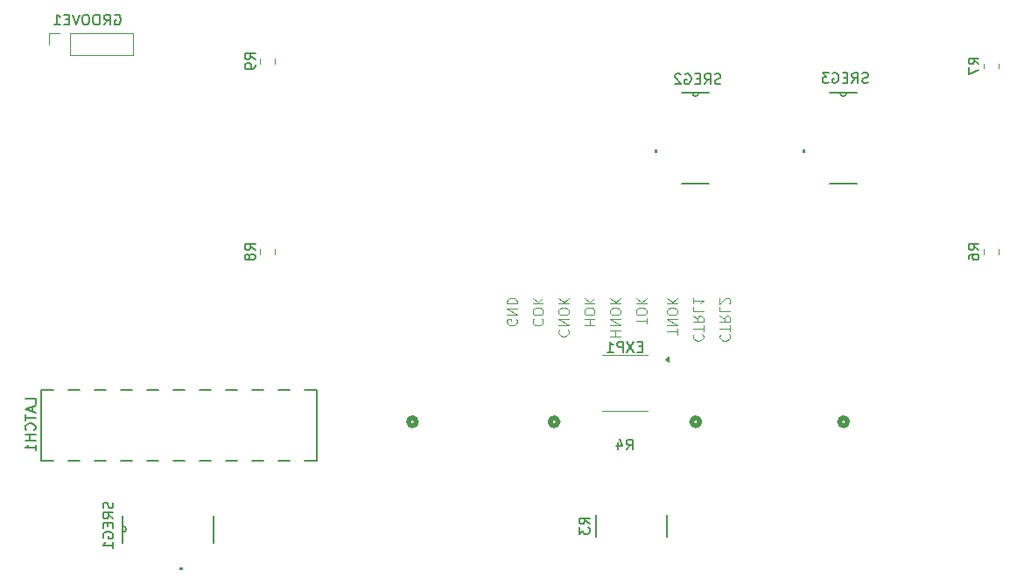
<source format=gbr>
%TF.GenerationSoftware,KiCad,Pcbnew,8.0.4*%
%TF.CreationDate,2024-11-14T23:53:25+02:00*%
%TF.ProjectId,sienikontrolleri,7369656e-696b-46f6-9e74-726f6c6c6572,rev?*%
%TF.SameCoordinates,Original*%
%TF.FileFunction,Legend,Bot*%
%TF.FilePolarity,Positive*%
%FSLAX46Y46*%
G04 Gerber Fmt 4.6, Leading zero omitted, Abs format (unit mm)*
G04 Created by KiCad (PCBNEW 8.0.4) date 2024-11-14 23:53:25*
%MOMM*%
%LPD*%
G01*
G04 APERTURE LIST*
%ADD10C,0.100000*%
%ADD11C,0.150000*%
%ADD12C,0.508000*%
%ADD13C,0.152400*%
%ADD14C,0.000000*%
%ADD15C,0.120000*%
G04 APERTURE END LIST*
D10*
X108627580Y-56327693D02*
X108627580Y-55756265D01*
X107627580Y-56041979D02*
X108627580Y-56041979D01*
X107627580Y-55422931D02*
X108627580Y-55422931D01*
X108627580Y-55422931D02*
X107627580Y-54851503D01*
X107627580Y-54851503D02*
X108627580Y-54851503D01*
X108627580Y-54184836D02*
X108627580Y-53994360D01*
X108627580Y-53994360D02*
X108579961Y-53899122D01*
X108579961Y-53899122D02*
X108484723Y-53803884D01*
X108484723Y-53803884D02*
X108294247Y-53756265D01*
X108294247Y-53756265D02*
X107960914Y-53756265D01*
X107960914Y-53756265D02*
X107770438Y-53803884D01*
X107770438Y-53803884D02*
X107675200Y-53899122D01*
X107675200Y-53899122D02*
X107627580Y-53994360D01*
X107627580Y-53994360D02*
X107627580Y-54184836D01*
X107627580Y-54184836D02*
X107675200Y-54280074D01*
X107675200Y-54280074D02*
X107770438Y-54375312D01*
X107770438Y-54375312D02*
X107960914Y-54422931D01*
X107960914Y-54422931D02*
X108294247Y-54422931D01*
X108294247Y-54422931D02*
X108484723Y-54375312D01*
X108484723Y-54375312D02*
X108579961Y-54280074D01*
X108579961Y-54280074D02*
X108627580Y-54184836D01*
X107627580Y-53327693D02*
X108627580Y-53327693D01*
X107627580Y-52756265D02*
X108199009Y-53184836D01*
X108627580Y-52756265D02*
X108056152Y-53327693D01*
X105627580Y-55280074D02*
X105627580Y-54708646D01*
X104627580Y-54994360D02*
X105627580Y-54994360D01*
X105627580Y-54184836D02*
X105627580Y-53994360D01*
X105627580Y-53994360D02*
X105579961Y-53899122D01*
X105579961Y-53899122D02*
X105484723Y-53803884D01*
X105484723Y-53803884D02*
X105294247Y-53756265D01*
X105294247Y-53756265D02*
X104960914Y-53756265D01*
X104960914Y-53756265D02*
X104770438Y-53803884D01*
X104770438Y-53803884D02*
X104675200Y-53899122D01*
X104675200Y-53899122D02*
X104627580Y-53994360D01*
X104627580Y-53994360D02*
X104627580Y-54184836D01*
X104627580Y-54184836D02*
X104675200Y-54280074D01*
X104675200Y-54280074D02*
X104770438Y-54375312D01*
X104770438Y-54375312D02*
X104960914Y-54422931D01*
X104960914Y-54422931D02*
X105294247Y-54422931D01*
X105294247Y-54422931D02*
X105484723Y-54375312D01*
X105484723Y-54375312D02*
X105579961Y-54280074D01*
X105579961Y-54280074D02*
X105627580Y-54184836D01*
X104627580Y-53327693D02*
X105627580Y-53327693D01*
X104627580Y-52756265D02*
X105199009Y-53184836D01*
X105627580Y-52756265D02*
X105056152Y-53327693D01*
X99627580Y-55422931D02*
X100627580Y-55422931D01*
X100151390Y-55422931D02*
X100151390Y-54851503D01*
X99627580Y-54851503D02*
X100627580Y-54851503D01*
X100627580Y-54184836D02*
X100627580Y-53994360D01*
X100627580Y-53994360D02*
X100579961Y-53899122D01*
X100579961Y-53899122D02*
X100484723Y-53803884D01*
X100484723Y-53803884D02*
X100294247Y-53756265D01*
X100294247Y-53756265D02*
X99960914Y-53756265D01*
X99960914Y-53756265D02*
X99770438Y-53803884D01*
X99770438Y-53803884D02*
X99675200Y-53899122D01*
X99675200Y-53899122D02*
X99627580Y-53994360D01*
X99627580Y-53994360D02*
X99627580Y-54184836D01*
X99627580Y-54184836D02*
X99675200Y-54280074D01*
X99675200Y-54280074D02*
X99770438Y-54375312D01*
X99770438Y-54375312D02*
X99960914Y-54422931D01*
X99960914Y-54422931D02*
X100294247Y-54422931D01*
X100294247Y-54422931D02*
X100484723Y-54375312D01*
X100484723Y-54375312D02*
X100579961Y-54280074D01*
X100579961Y-54280074D02*
X100627580Y-54184836D01*
X99627580Y-53327693D02*
X100627580Y-53327693D01*
X99627580Y-52756265D02*
X100199009Y-53184836D01*
X100627580Y-52756265D02*
X100056152Y-53327693D01*
X110222819Y-56280075D02*
X110175200Y-56327694D01*
X110175200Y-56327694D02*
X110127580Y-56470551D01*
X110127580Y-56470551D02*
X110127580Y-56565789D01*
X110127580Y-56565789D02*
X110175200Y-56708646D01*
X110175200Y-56708646D02*
X110270438Y-56803884D01*
X110270438Y-56803884D02*
X110365676Y-56851503D01*
X110365676Y-56851503D02*
X110556152Y-56899122D01*
X110556152Y-56899122D02*
X110699009Y-56899122D01*
X110699009Y-56899122D02*
X110889485Y-56851503D01*
X110889485Y-56851503D02*
X110984723Y-56803884D01*
X110984723Y-56803884D02*
X111079961Y-56708646D01*
X111079961Y-56708646D02*
X111127580Y-56565789D01*
X111127580Y-56565789D02*
X111127580Y-56470551D01*
X111127580Y-56470551D02*
X111079961Y-56327694D01*
X111079961Y-56327694D02*
X111032342Y-56280075D01*
X111127580Y-55994360D02*
X111127580Y-55422932D01*
X110127580Y-55708646D02*
X111127580Y-55708646D01*
X110127580Y-54518170D02*
X110603771Y-54851503D01*
X110127580Y-55089598D02*
X111127580Y-55089598D01*
X111127580Y-55089598D02*
X111127580Y-54708646D01*
X111127580Y-54708646D02*
X111079961Y-54613408D01*
X111079961Y-54613408D02*
X111032342Y-54565789D01*
X111032342Y-54565789D02*
X110937104Y-54518170D01*
X110937104Y-54518170D02*
X110794247Y-54518170D01*
X110794247Y-54518170D02*
X110699009Y-54565789D01*
X110699009Y-54565789D02*
X110651390Y-54613408D01*
X110651390Y-54613408D02*
X110603771Y-54708646D01*
X110603771Y-54708646D02*
X110603771Y-55089598D01*
X110127580Y-53613408D02*
X110127580Y-54089598D01*
X110127580Y-54089598D02*
X111127580Y-54089598D01*
X110127580Y-52756265D02*
X110127580Y-53327693D01*
X110127580Y-53041979D02*
X111127580Y-53041979D01*
X111127580Y-53041979D02*
X110984723Y-53137217D01*
X110984723Y-53137217D02*
X110889485Y-53232455D01*
X110889485Y-53232455D02*
X110841866Y-53327693D01*
X112822819Y-56280075D02*
X112775200Y-56327694D01*
X112775200Y-56327694D02*
X112727580Y-56470551D01*
X112727580Y-56470551D02*
X112727580Y-56565789D01*
X112727580Y-56565789D02*
X112775200Y-56708646D01*
X112775200Y-56708646D02*
X112870438Y-56803884D01*
X112870438Y-56803884D02*
X112965676Y-56851503D01*
X112965676Y-56851503D02*
X113156152Y-56899122D01*
X113156152Y-56899122D02*
X113299009Y-56899122D01*
X113299009Y-56899122D02*
X113489485Y-56851503D01*
X113489485Y-56851503D02*
X113584723Y-56803884D01*
X113584723Y-56803884D02*
X113679961Y-56708646D01*
X113679961Y-56708646D02*
X113727580Y-56565789D01*
X113727580Y-56565789D02*
X113727580Y-56470551D01*
X113727580Y-56470551D02*
X113679961Y-56327694D01*
X113679961Y-56327694D02*
X113632342Y-56280075D01*
X113727580Y-55994360D02*
X113727580Y-55422932D01*
X112727580Y-55708646D02*
X113727580Y-55708646D01*
X112727580Y-54518170D02*
X113203771Y-54851503D01*
X112727580Y-55089598D02*
X113727580Y-55089598D01*
X113727580Y-55089598D02*
X113727580Y-54708646D01*
X113727580Y-54708646D02*
X113679961Y-54613408D01*
X113679961Y-54613408D02*
X113632342Y-54565789D01*
X113632342Y-54565789D02*
X113537104Y-54518170D01*
X113537104Y-54518170D02*
X113394247Y-54518170D01*
X113394247Y-54518170D02*
X113299009Y-54565789D01*
X113299009Y-54565789D02*
X113251390Y-54613408D01*
X113251390Y-54613408D02*
X113203771Y-54708646D01*
X113203771Y-54708646D02*
X113203771Y-55089598D01*
X112727580Y-53613408D02*
X112727580Y-54089598D01*
X112727580Y-54089598D02*
X113727580Y-54089598D01*
X113632342Y-53327693D02*
X113679961Y-53280074D01*
X113679961Y-53280074D02*
X113727580Y-53184836D01*
X113727580Y-53184836D02*
X113727580Y-52946741D01*
X113727580Y-52946741D02*
X113679961Y-52851503D01*
X113679961Y-52851503D02*
X113632342Y-52803884D01*
X113632342Y-52803884D02*
X113537104Y-52756265D01*
X113537104Y-52756265D02*
X113441866Y-52756265D01*
X113441866Y-52756265D02*
X113299009Y-52803884D01*
X113299009Y-52803884D02*
X112727580Y-53375312D01*
X112727580Y-53375312D02*
X112727580Y-52756265D01*
X94722819Y-54803884D02*
X94675200Y-54851503D01*
X94675200Y-54851503D02*
X94627580Y-54994360D01*
X94627580Y-54994360D02*
X94627580Y-55089598D01*
X94627580Y-55089598D02*
X94675200Y-55232455D01*
X94675200Y-55232455D02*
X94770438Y-55327693D01*
X94770438Y-55327693D02*
X94865676Y-55375312D01*
X94865676Y-55375312D02*
X95056152Y-55422931D01*
X95056152Y-55422931D02*
X95199009Y-55422931D01*
X95199009Y-55422931D02*
X95389485Y-55375312D01*
X95389485Y-55375312D02*
X95484723Y-55327693D01*
X95484723Y-55327693D02*
X95579961Y-55232455D01*
X95579961Y-55232455D02*
X95627580Y-55089598D01*
X95627580Y-55089598D02*
X95627580Y-54994360D01*
X95627580Y-54994360D02*
X95579961Y-54851503D01*
X95579961Y-54851503D02*
X95532342Y-54803884D01*
X95627580Y-54184836D02*
X95627580Y-53994360D01*
X95627580Y-53994360D02*
X95579961Y-53899122D01*
X95579961Y-53899122D02*
X95484723Y-53803884D01*
X95484723Y-53803884D02*
X95294247Y-53756265D01*
X95294247Y-53756265D02*
X94960914Y-53756265D01*
X94960914Y-53756265D02*
X94770438Y-53803884D01*
X94770438Y-53803884D02*
X94675200Y-53899122D01*
X94675200Y-53899122D02*
X94627580Y-53994360D01*
X94627580Y-53994360D02*
X94627580Y-54184836D01*
X94627580Y-54184836D02*
X94675200Y-54280074D01*
X94675200Y-54280074D02*
X94770438Y-54375312D01*
X94770438Y-54375312D02*
X94960914Y-54422931D01*
X94960914Y-54422931D02*
X95294247Y-54422931D01*
X95294247Y-54422931D02*
X95484723Y-54375312D01*
X95484723Y-54375312D02*
X95579961Y-54280074D01*
X95579961Y-54280074D02*
X95627580Y-54184836D01*
X94627580Y-53327693D02*
X95627580Y-53327693D01*
X94627580Y-52756265D02*
X95199009Y-53184836D01*
X95627580Y-52756265D02*
X95056152Y-53327693D01*
X102127580Y-56470550D02*
X103127580Y-56470550D01*
X102651390Y-56470550D02*
X102651390Y-55899122D01*
X102127580Y-55899122D02*
X103127580Y-55899122D01*
X102127580Y-55422931D02*
X103127580Y-55422931D01*
X103127580Y-55422931D02*
X102127580Y-54851503D01*
X102127580Y-54851503D02*
X103127580Y-54851503D01*
X103127580Y-54184836D02*
X103127580Y-53994360D01*
X103127580Y-53994360D02*
X103079961Y-53899122D01*
X103079961Y-53899122D02*
X102984723Y-53803884D01*
X102984723Y-53803884D02*
X102794247Y-53756265D01*
X102794247Y-53756265D02*
X102460914Y-53756265D01*
X102460914Y-53756265D02*
X102270438Y-53803884D01*
X102270438Y-53803884D02*
X102175200Y-53899122D01*
X102175200Y-53899122D02*
X102127580Y-53994360D01*
X102127580Y-53994360D02*
X102127580Y-54184836D01*
X102127580Y-54184836D02*
X102175200Y-54280074D01*
X102175200Y-54280074D02*
X102270438Y-54375312D01*
X102270438Y-54375312D02*
X102460914Y-54422931D01*
X102460914Y-54422931D02*
X102794247Y-54422931D01*
X102794247Y-54422931D02*
X102984723Y-54375312D01*
X102984723Y-54375312D02*
X103079961Y-54280074D01*
X103079961Y-54280074D02*
X103127580Y-54184836D01*
X102127580Y-53327693D02*
X103127580Y-53327693D01*
X102127580Y-52756265D02*
X102699009Y-53184836D01*
X103127580Y-52756265D02*
X102556152Y-53327693D01*
X93079961Y-54851503D02*
X93127580Y-54946741D01*
X93127580Y-54946741D02*
X93127580Y-55089598D01*
X93127580Y-55089598D02*
X93079961Y-55232455D01*
X93079961Y-55232455D02*
X92984723Y-55327693D01*
X92984723Y-55327693D02*
X92889485Y-55375312D01*
X92889485Y-55375312D02*
X92699009Y-55422931D01*
X92699009Y-55422931D02*
X92556152Y-55422931D01*
X92556152Y-55422931D02*
X92365676Y-55375312D01*
X92365676Y-55375312D02*
X92270438Y-55327693D01*
X92270438Y-55327693D02*
X92175200Y-55232455D01*
X92175200Y-55232455D02*
X92127580Y-55089598D01*
X92127580Y-55089598D02*
X92127580Y-54994360D01*
X92127580Y-54994360D02*
X92175200Y-54851503D01*
X92175200Y-54851503D02*
X92222819Y-54803884D01*
X92222819Y-54803884D02*
X92556152Y-54803884D01*
X92556152Y-54803884D02*
X92556152Y-54994360D01*
X92127580Y-54375312D02*
X93127580Y-54375312D01*
X93127580Y-54375312D02*
X92127580Y-53803884D01*
X92127580Y-53803884D02*
X93127580Y-53803884D01*
X92127580Y-53327693D02*
X93127580Y-53327693D01*
X93127580Y-53327693D02*
X93127580Y-53089598D01*
X93127580Y-53089598D02*
X93079961Y-52946741D01*
X93079961Y-52946741D02*
X92984723Y-52851503D01*
X92984723Y-52851503D02*
X92889485Y-52803884D01*
X92889485Y-52803884D02*
X92699009Y-52756265D01*
X92699009Y-52756265D02*
X92556152Y-52756265D01*
X92556152Y-52756265D02*
X92365676Y-52803884D01*
X92365676Y-52803884D02*
X92270438Y-52851503D01*
X92270438Y-52851503D02*
X92175200Y-52946741D01*
X92175200Y-52946741D02*
X92127580Y-53089598D01*
X92127580Y-53089598D02*
X92127580Y-53327693D01*
X97222819Y-55851503D02*
X97175200Y-55899122D01*
X97175200Y-55899122D02*
X97127580Y-56041979D01*
X97127580Y-56041979D02*
X97127580Y-56137217D01*
X97127580Y-56137217D02*
X97175200Y-56280074D01*
X97175200Y-56280074D02*
X97270438Y-56375312D01*
X97270438Y-56375312D02*
X97365676Y-56422931D01*
X97365676Y-56422931D02*
X97556152Y-56470550D01*
X97556152Y-56470550D02*
X97699009Y-56470550D01*
X97699009Y-56470550D02*
X97889485Y-56422931D01*
X97889485Y-56422931D02*
X97984723Y-56375312D01*
X97984723Y-56375312D02*
X98079961Y-56280074D01*
X98079961Y-56280074D02*
X98127580Y-56137217D01*
X98127580Y-56137217D02*
X98127580Y-56041979D01*
X98127580Y-56041979D02*
X98079961Y-55899122D01*
X98079961Y-55899122D02*
X98032342Y-55851503D01*
X97127580Y-55422931D02*
X98127580Y-55422931D01*
X98127580Y-55422931D02*
X97127580Y-54851503D01*
X97127580Y-54851503D02*
X98127580Y-54851503D01*
X98127580Y-54184836D02*
X98127580Y-53994360D01*
X98127580Y-53994360D02*
X98079961Y-53899122D01*
X98079961Y-53899122D02*
X97984723Y-53803884D01*
X97984723Y-53803884D02*
X97794247Y-53756265D01*
X97794247Y-53756265D02*
X97460914Y-53756265D01*
X97460914Y-53756265D02*
X97270438Y-53803884D01*
X97270438Y-53803884D02*
X97175200Y-53899122D01*
X97175200Y-53899122D02*
X97127580Y-53994360D01*
X97127580Y-53994360D02*
X97127580Y-54184836D01*
X97127580Y-54184836D02*
X97175200Y-54280074D01*
X97175200Y-54280074D02*
X97270438Y-54375312D01*
X97270438Y-54375312D02*
X97460914Y-54422931D01*
X97460914Y-54422931D02*
X97794247Y-54422931D01*
X97794247Y-54422931D02*
X97984723Y-54375312D01*
X97984723Y-54375312D02*
X98079961Y-54280074D01*
X98079961Y-54280074D02*
X98127580Y-54184836D01*
X97127580Y-53327693D02*
X98127580Y-53327693D01*
X97127580Y-52756265D02*
X97699009Y-53184836D01*
X98127580Y-52756265D02*
X97556152Y-53327693D01*
D11*
X54001200Y-72563314D02*
X54048819Y-72706171D01*
X54048819Y-72706171D02*
X54048819Y-72944266D01*
X54048819Y-72944266D02*
X54001200Y-73039504D01*
X54001200Y-73039504D02*
X53953580Y-73087123D01*
X53953580Y-73087123D02*
X53858342Y-73134742D01*
X53858342Y-73134742D02*
X53763104Y-73134742D01*
X53763104Y-73134742D02*
X53667866Y-73087123D01*
X53667866Y-73087123D02*
X53620247Y-73039504D01*
X53620247Y-73039504D02*
X53572628Y-72944266D01*
X53572628Y-72944266D02*
X53525009Y-72753790D01*
X53525009Y-72753790D02*
X53477390Y-72658552D01*
X53477390Y-72658552D02*
X53429771Y-72610933D01*
X53429771Y-72610933D02*
X53334533Y-72563314D01*
X53334533Y-72563314D02*
X53239295Y-72563314D01*
X53239295Y-72563314D02*
X53144057Y-72610933D01*
X53144057Y-72610933D02*
X53096438Y-72658552D01*
X53096438Y-72658552D02*
X53048819Y-72753790D01*
X53048819Y-72753790D02*
X53048819Y-72991885D01*
X53048819Y-72991885D02*
X53096438Y-73134742D01*
X54048819Y-74134742D02*
X53572628Y-73801409D01*
X54048819Y-73563314D02*
X53048819Y-73563314D01*
X53048819Y-73563314D02*
X53048819Y-73944266D01*
X53048819Y-73944266D02*
X53096438Y-74039504D01*
X53096438Y-74039504D02*
X53144057Y-74087123D01*
X53144057Y-74087123D02*
X53239295Y-74134742D01*
X53239295Y-74134742D02*
X53382152Y-74134742D01*
X53382152Y-74134742D02*
X53477390Y-74087123D01*
X53477390Y-74087123D02*
X53525009Y-74039504D01*
X53525009Y-74039504D02*
X53572628Y-73944266D01*
X53572628Y-73944266D02*
X53572628Y-73563314D01*
X53525009Y-74563314D02*
X53525009Y-74896647D01*
X54048819Y-75039504D02*
X54048819Y-74563314D01*
X54048819Y-74563314D02*
X53048819Y-74563314D01*
X53048819Y-74563314D02*
X53048819Y-75039504D01*
X53096438Y-75991885D02*
X53048819Y-75896647D01*
X53048819Y-75896647D02*
X53048819Y-75753790D01*
X53048819Y-75753790D02*
X53096438Y-75610933D01*
X53096438Y-75610933D02*
X53191676Y-75515695D01*
X53191676Y-75515695D02*
X53286914Y-75468076D01*
X53286914Y-75468076D02*
X53477390Y-75420457D01*
X53477390Y-75420457D02*
X53620247Y-75420457D01*
X53620247Y-75420457D02*
X53810723Y-75468076D01*
X53810723Y-75468076D02*
X53905961Y-75515695D01*
X53905961Y-75515695D02*
X54001200Y-75610933D01*
X54001200Y-75610933D02*
X54048819Y-75753790D01*
X54048819Y-75753790D02*
X54048819Y-75849028D01*
X54048819Y-75849028D02*
X54001200Y-75991885D01*
X54001200Y-75991885D02*
X53953580Y-76039504D01*
X53953580Y-76039504D02*
X53620247Y-76039504D01*
X53620247Y-76039504D02*
X53620247Y-75849028D01*
X54048819Y-76991885D02*
X54048819Y-76420457D01*
X54048819Y-76706171D02*
X53048819Y-76706171D01*
X53048819Y-76706171D02*
X53191676Y-76610933D01*
X53191676Y-76610933D02*
X53286914Y-76515695D01*
X53286914Y-76515695D02*
X53334533Y-76420457D01*
X137787319Y-48126433D02*
X137311128Y-47793100D01*
X137787319Y-47555005D02*
X136787319Y-47555005D01*
X136787319Y-47555005D02*
X136787319Y-47935957D01*
X136787319Y-47935957D02*
X136834938Y-48031195D01*
X136834938Y-48031195D02*
X136882557Y-48078814D01*
X136882557Y-48078814D02*
X136977795Y-48126433D01*
X136977795Y-48126433D02*
X137120652Y-48126433D01*
X137120652Y-48126433D02*
X137215890Y-48078814D01*
X137215890Y-48078814D02*
X137263509Y-48031195D01*
X137263509Y-48031195D02*
X137311128Y-47935957D01*
X137311128Y-47935957D02*
X137311128Y-47555005D01*
X136787319Y-48983576D02*
X136787319Y-48793100D01*
X136787319Y-48793100D02*
X136834938Y-48697862D01*
X136834938Y-48697862D02*
X136882557Y-48650243D01*
X136882557Y-48650243D02*
X137025414Y-48555005D01*
X137025414Y-48555005D02*
X137215890Y-48507386D01*
X137215890Y-48507386D02*
X137596842Y-48507386D01*
X137596842Y-48507386D02*
X137692080Y-48555005D01*
X137692080Y-48555005D02*
X137739700Y-48602624D01*
X137739700Y-48602624D02*
X137787319Y-48697862D01*
X137787319Y-48697862D02*
X137787319Y-48888338D01*
X137787319Y-48888338D02*
X137739700Y-48983576D01*
X137739700Y-48983576D02*
X137692080Y-49031195D01*
X137692080Y-49031195D02*
X137596842Y-49078814D01*
X137596842Y-49078814D02*
X137358747Y-49078814D01*
X137358747Y-49078814D02*
X137263509Y-49031195D01*
X137263509Y-49031195D02*
X137215890Y-48983576D01*
X137215890Y-48983576D02*
X137168271Y-48888338D01*
X137168271Y-48888338D02*
X137168271Y-48697862D01*
X137168271Y-48697862D02*
X137215890Y-48602624D01*
X137215890Y-48602624D02*
X137263509Y-48555005D01*
X137263509Y-48555005D02*
X137358747Y-48507386D01*
X127080685Y-31903200D02*
X126937828Y-31950819D01*
X126937828Y-31950819D02*
X126699733Y-31950819D01*
X126699733Y-31950819D02*
X126604495Y-31903200D01*
X126604495Y-31903200D02*
X126556876Y-31855580D01*
X126556876Y-31855580D02*
X126509257Y-31760342D01*
X126509257Y-31760342D02*
X126509257Y-31665104D01*
X126509257Y-31665104D02*
X126556876Y-31569866D01*
X126556876Y-31569866D02*
X126604495Y-31522247D01*
X126604495Y-31522247D02*
X126699733Y-31474628D01*
X126699733Y-31474628D02*
X126890209Y-31427009D01*
X126890209Y-31427009D02*
X126985447Y-31379390D01*
X126985447Y-31379390D02*
X127033066Y-31331771D01*
X127033066Y-31331771D02*
X127080685Y-31236533D01*
X127080685Y-31236533D02*
X127080685Y-31141295D01*
X127080685Y-31141295D02*
X127033066Y-31046057D01*
X127033066Y-31046057D02*
X126985447Y-30998438D01*
X126985447Y-30998438D02*
X126890209Y-30950819D01*
X126890209Y-30950819D02*
X126652114Y-30950819D01*
X126652114Y-30950819D02*
X126509257Y-30998438D01*
X125509257Y-31950819D02*
X125842590Y-31474628D01*
X126080685Y-31950819D02*
X126080685Y-30950819D01*
X126080685Y-30950819D02*
X125699733Y-30950819D01*
X125699733Y-30950819D02*
X125604495Y-30998438D01*
X125604495Y-30998438D02*
X125556876Y-31046057D01*
X125556876Y-31046057D02*
X125509257Y-31141295D01*
X125509257Y-31141295D02*
X125509257Y-31284152D01*
X125509257Y-31284152D02*
X125556876Y-31379390D01*
X125556876Y-31379390D02*
X125604495Y-31427009D01*
X125604495Y-31427009D02*
X125699733Y-31474628D01*
X125699733Y-31474628D02*
X126080685Y-31474628D01*
X125080685Y-31427009D02*
X124747352Y-31427009D01*
X124604495Y-31950819D02*
X125080685Y-31950819D01*
X125080685Y-31950819D02*
X125080685Y-30950819D01*
X125080685Y-30950819D02*
X124604495Y-30950819D01*
X123652114Y-30998438D02*
X123747352Y-30950819D01*
X123747352Y-30950819D02*
X123890209Y-30950819D01*
X123890209Y-30950819D02*
X124033066Y-30998438D01*
X124033066Y-30998438D02*
X124128304Y-31093676D01*
X124128304Y-31093676D02*
X124175923Y-31188914D01*
X124175923Y-31188914D02*
X124223542Y-31379390D01*
X124223542Y-31379390D02*
X124223542Y-31522247D01*
X124223542Y-31522247D02*
X124175923Y-31712723D01*
X124175923Y-31712723D02*
X124128304Y-31807961D01*
X124128304Y-31807961D02*
X124033066Y-31903200D01*
X124033066Y-31903200D02*
X123890209Y-31950819D01*
X123890209Y-31950819D02*
X123794971Y-31950819D01*
X123794971Y-31950819D02*
X123652114Y-31903200D01*
X123652114Y-31903200D02*
X123604495Y-31855580D01*
X123604495Y-31855580D02*
X123604495Y-31522247D01*
X123604495Y-31522247D02*
X123794971Y-31522247D01*
X123271161Y-30950819D02*
X122652114Y-30950819D01*
X122652114Y-30950819D02*
X122985447Y-31331771D01*
X122985447Y-31331771D02*
X122842590Y-31331771D01*
X122842590Y-31331771D02*
X122747352Y-31379390D01*
X122747352Y-31379390D02*
X122699733Y-31427009D01*
X122699733Y-31427009D02*
X122652114Y-31522247D01*
X122652114Y-31522247D02*
X122652114Y-31760342D01*
X122652114Y-31760342D02*
X122699733Y-31855580D01*
X122699733Y-31855580D02*
X122747352Y-31903200D01*
X122747352Y-31903200D02*
X122842590Y-31950819D01*
X122842590Y-31950819D02*
X123128304Y-31950819D01*
X123128304Y-31950819D02*
X123223542Y-31903200D01*
X123223542Y-31903200D02*
X123271161Y-31855580D01*
X54204857Y-25359638D02*
X54300095Y-25312019D01*
X54300095Y-25312019D02*
X54442952Y-25312019D01*
X54442952Y-25312019D02*
X54585809Y-25359638D01*
X54585809Y-25359638D02*
X54681047Y-25454876D01*
X54681047Y-25454876D02*
X54728666Y-25550114D01*
X54728666Y-25550114D02*
X54776285Y-25740590D01*
X54776285Y-25740590D02*
X54776285Y-25883447D01*
X54776285Y-25883447D02*
X54728666Y-26073923D01*
X54728666Y-26073923D02*
X54681047Y-26169161D01*
X54681047Y-26169161D02*
X54585809Y-26264400D01*
X54585809Y-26264400D02*
X54442952Y-26312019D01*
X54442952Y-26312019D02*
X54347714Y-26312019D01*
X54347714Y-26312019D02*
X54204857Y-26264400D01*
X54204857Y-26264400D02*
X54157238Y-26216780D01*
X54157238Y-26216780D02*
X54157238Y-25883447D01*
X54157238Y-25883447D02*
X54347714Y-25883447D01*
X53157238Y-26312019D02*
X53490571Y-25835828D01*
X53728666Y-26312019D02*
X53728666Y-25312019D01*
X53728666Y-25312019D02*
X53347714Y-25312019D01*
X53347714Y-25312019D02*
X53252476Y-25359638D01*
X53252476Y-25359638D02*
X53204857Y-25407257D01*
X53204857Y-25407257D02*
X53157238Y-25502495D01*
X53157238Y-25502495D02*
X53157238Y-25645352D01*
X53157238Y-25645352D02*
X53204857Y-25740590D01*
X53204857Y-25740590D02*
X53252476Y-25788209D01*
X53252476Y-25788209D02*
X53347714Y-25835828D01*
X53347714Y-25835828D02*
X53728666Y-25835828D01*
X52538190Y-25312019D02*
X52347714Y-25312019D01*
X52347714Y-25312019D02*
X52252476Y-25359638D01*
X52252476Y-25359638D02*
X52157238Y-25454876D01*
X52157238Y-25454876D02*
X52109619Y-25645352D01*
X52109619Y-25645352D02*
X52109619Y-25978685D01*
X52109619Y-25978685D02*
X52157238Y-26169161D01*
X52157238Y-26169161D02*
X52252476Y-26264400D01*
X52252476Y-26264400D02*
X52347714Y-26312019D01*
X52347714Y-26312019D02*
X52538190Y-26312019D01*
X52538190Y-26312019D02*
X52633428Y-26264400D01*
X52633428Y-26264400D02*
X52728666Y-26169161D01*
X52728666Y-26169161D02*
X52776285Y-25978685D01*
X52776285Y-25978685D02*
X52776285Y-25645352D01*
X52776285Y-25645352D02*
X52728666Y-25454876D01*
X52728666Y-25454876D02*
X52633428Y-25359638D01*
X52633428Y-25359638D02*
X52538190Y-25312019D01*
X51490571Y-25312019D02*
X51300095Y-25312019D01*
X51300095Y-25312019D02*
X51204857Y-25359638D01*
X51204857Y-25359638D02*
X51109619Y-25454876D01*
X51109619Y-25454876D02*
X51062000Y-25645352D01*
X51062000Y-25645352D02*
X51062000Y-25978685D01*
X51062000Y-25978685D02*
X51109619Y-26169161D01*
X51109619Y-26169161D02*
X51204857Y-26264400D01*
X51204857Y-26264400D02*
X51300095Y-26312019D01*
X51300095Y-26312019D02*
X51490571Y-26312019D01*
X51490571Y-26312019D02*
X51585809Y-26264400D01*
X51585809Y-26264400D02*
X51681047Y-26169161D01*
X51681047Y-26169161D02*
X51728666Y-25978685D01*
X51728666Y-25978685D02*
X51728666Y-25645352D01*
X51728666Y-25645352D02*
X51681047Y-25454876D01*
X51681047Y-25454876D02*
X51585809Y-25359638D01*
X51585809Y-25359638D02*
X51490571Y-25312019D01*
X50776285Y-25312019D02*
X50442952Y-26312019D01*
X50442952Y-26312019D02*
X50109619Y-25312019D01*
X49776285Y-25788209D02*
X49442952Y-25788209D01*
X49300095Y-26312019D02*
X49776285Y-26312019D01*
X49776285Y-26312019D02*
X49776285Y-25312019D01*
X49776285Y-25312019D02*
X49300095Y-25312019D01*
X48347714Y-26312019D02*
X48919142Y-26312019D01*
X48633428Y-26312019D02*
X48633428Y-25312019D01*
X48633428Y-25312019D02*
X48728666Y-25454876D01*
X48728666Y-25454876D02*
X48823904Y-25550114D01*
X48823904Y-25550114D02*
X48919142Y-25597733D01*
X46530419Y-63023999D02*
X46530419Y-62547809D01*
X46530419Y-62547809D02*
X45530419Y-62547809D01*
X46244704Y-63309714D02*
X46244704Y-63785904D01*
X46530419Y-63214476D02*
X45530419Y-63547809D01*
X45530419Y-63547809D02*
X46530419Y-63881142D01*
X45530419Y-64071619D02*
X45530419Y-64643047D01*
X46530419Y-64357333D02*
X45530419Y-64357333D01*
X46435180Y-65547809D02*
X46482800Y-65500190D01*
X46482800Y-65500190D02*
X46530419Y-65357333D01*
X46530419Y-65357333D02*
X46530419Y-65262095D01*
X46530419Y-65262095D02*
X46482800Y-65119238D01*
X46482800Y-65119238D02*
X46387561Y-65024000D01*
X46387561Y-65024000D02*
X46292323Y-64976381D01*
X46292323Y-64976381D02*
X46101847Y-64928762D01*
X46101847Y-64928762D02*
X45958990Y-64928762D01*
X45958990Y-64928762D02*
X45768514Y-64976381D01*
X45768514Y-64976381D02*
X45673276Y-65024000D01*
X45673276Y-65024000D02*
X45578038Y-65119238D01*
X45578038Y-65119238D02*
X45530419Y-65262095D01*
X45530419Y-65262095D02*
X45530419Y-65357333D01*
X45530419Y-65357333D02*
X45578038Y-65500190D01*
X45578038Y-65500190D02*
X45625657Y-65547809D01*
X46530419Y-65976381D02*
X45530419Y-65976381D01*
X46006609Y-65976381D02*
X46006609Y-66547809D01*
X46530419Y-66547809D02*
X45530419Y-66547809D01*
X46530419Y-67547809D02*
X46530419Y-66976381D01*
X46530419Y-67262095D02*
X45530419Y-67262095D01*
X45530419Y-67262095D02*
X45673276Y-67166857D01*
X45673276Y-67166857D02*
X45768514Y-67071619D01*
X45768514Y-67071619D02*
X45816133Y-66976381D01*
X103697066Y-67460019D02*
X104030399Y-66983828D01*
X104268494Y-67460019D02*
X104268494Y-66460019D01*
X104268494Y-66460019D02*
X103887542Y-66460019D01*
X103887542Y-66460019D02*
X103792304Y-66507638D01*
X103792304Y-66507638D02*
X103744685Y-66555257D01*
X103744685Y-66555257D02*
X103697066Y-66650495D01*
X103697066Y-66650495D02*
X103697066Y-66793352D01*
X103697066Y-66793352D02*
X103744685Y-66888590D01*
X103744685Y-66888590D02*
X103792304Y-66936209D01*
X103792304Y-66936209D02*
X103887542Y-66983828D01*
X103887542Y-66983828D02*
X104268494Y-66983828D01*
X102839923Y-66793352D02*
X102839923Y-67460019D01*
X103078018Y-66412400D02*
X103316113Y-67126685D01*
X103316113Y-67126685D02*
X102697066Y-67126685D01*
X67787319Y-29663933D02*
X67311128Y-29330600D01*
X67787319Y-29092505D02*
X66787319Y-29092505D01*
X66787319Y-29092505D02*
X66787319Y-29473457D01*
X66787319Y-29473457D02*
X66834938Y-29568695D01*
X66834938Y-29568695D02*
X66882557Y-29616314D01*
X66882557Y-29616314D02*
X66977795Y-29663933D01*
X66977795Y-29663933D02*
X67120652Y-29663933D01*
X67120652Y-29663933D02*
X67215890Y-29616314D01*
X67215890Y-29616314D02*
X67263509Y-29568695D01*
X67263509Y-29568695D02*
X67311128Y-29473457D01*
X67311128Y-29473457D02*
X67311128Y-29092505D01*
X67787319Y-30140124D02*
X67787319Y-30330600D01*
X67787319Y-30330600D02*
X67739700Y-30425838D01*
X67739700Y-30425838D02*
X67692080Y-30473457D01*
X67692080Y-30473457D02*
X67549223Y-30568695D01*
X67549223Y-30568695D02*
X67358747Y-30616314D01*
X67358747Y-30616314D02*
X66977795Y-30616314D01*
X66977795Y-30616314D02*
X66882557Y-30568695D01*
X66882557Y-30568695D02*
X66834938Y-30521076D01*
X66834938Y-30521076D02*
X66787319Y-30425838D01*
X66787319Y-30425838D02*
X66787319Y-30235362D01*
X66787319Y-30235362D02*
X66834938Y-30140124D01*
X66834938Y-30140124D02*
X66882557Y-30092505D01*
X66882557Y-30092505D02*
X66977795Y-30044886D01*
X66977795Y-30044886D02*
X67215890Y-30044886D01*
X67215890Y-30044886D02*
X67311128Y-30092505D01*
X67311128Y-30092505D02*
X67358747Y-30140124D01*
X67358747Y-30140124D02*
X67406366Y-30235362D01*
X67406366Y-30235362D02*
X67406366Y-30425838D01*
X67406366Y-30425838D02*
X67358747Y-30521076D01*
X67358747Y-30521076D02*
X67311128Y-30568695D01*
X67311128Y-30568695D02*
X67215890Y-30616314D01*
X105216666Y-57481009D02*
X104883333Y-57481009D01*
X104740476Y-58004819D02*
X105216666Y-58004819D01*
X105216666Y-58004819D02*
X105216666Y-57004819D01*
X105216666Y-57004819D02*
X104740476Y-57004819D01*
X104407142Y-57004819D02*
X103740476Y-58004819D01*
X103740476Y-57004819D02*
X104407142Y-58004819D01*
X103359523Y-58004819D02*
X103359523Y-57004819D01*
X103359523Y-57004819D02*
X102978571Y-57004819D01*
X102978571Y-57004819D02*
X102883333Y-57052438D01*
X102883333Y-57052438D02*
X102835714Y-57100057D01*
X102835714Y-57100057D02*
X102788095Y-57195295D01*
X102788095Y-57195295D02*
X102788095Y-57338152D01*
X102788095Y-57338152D02*
X102835714Y-57433390D01*
X102835714Y-57433390D02*
X102883333Y-57481009D01*
X102883333Y-57481009D02*
X102978571Y-57528628D01*
X102978571Y-57528628D02*
X103359523Y-57528628D01*
X101835714Y-58004819D02*
X102407142Y-58004819D01*
X102121428Y-58004819D02*
X102121428Y-57004819D01*
X102121428Y-57004819D02*
X102216666Y-57147676D01*
X102216666Y-57147676D02*
X102311904Y-57242914D01*
X102311904Y-57242914D02*
X102407142Y-57290533D01*
X100124419Y-74661733D02*
X99648228Y-74328400D01*
X100124419Y-74090305D02*
X99124419Y-74090305D01*
X99124419Y-74090305D02*
X99124419Y-74471257D01*
X99124419Y-74471257D02*
X99172038Y-74566495D01*
X99172038Y-74566495D02*
X99219657Y-74614114D01*
X99219657Y-74614114D02*
X99314895Y-74661733D01*
X99314895Y-74661733D02*
X99457752Y-74661733D01*
X99457752Y-74661733D02*
X99552990Y-74614114D01*
X99552990Y-74614114D02*
X99600609Y-74566495D01*
X99600609Y-74566495D02*
X99648228Y-74471257D01*
X99648228Y-74471257D02*
X99648228Y-74090305D01*
X99124419Y-74995067D02*
X99124419Y-75614114D01*
X99124419Y-75614114D02*
X99505371Y-75280781D01*
X99505371Y-75280781D02*
X99505371Y-75423638D01*
X99505371Y-75423638D02*
X99552990Y-75518876D01*
X99552990Y-75518876D02*
X99600609Y-75566495D01*
X99600609Y-75566495D02*
X99695847Y-75614114D01*
X99695847Y-75614114D02*
X99933942Y-75614114D01*
X99933942Y-75614114D02*
X100029180Y-75566495D01*
X100029180Y-75566495D02*
X100076800Y-75518876D01*
X100076800Y-75518876D02*
X100124419Y-75423638D01*
X100124419Y-75423638D02*
X100124419Y-75137924D01*
X100124419Y-75137924D02*
X100076800Y-75042686D01*
X100076800Y-75042686D02*
X100029180Y-74995067D01*
X137787319Y-30126433D02*
X137311128Y-29793100D01*
X137787319Y-29555005D02*
X136787319Y-29555005D01*
X136787319Y-29555005D02*
X136787319Y-29935957D01*
X136787319Y-29935957D02*
X136834938Y-30031195D01*
X136834938Y-30031195D02*
X136882557Y-30078814D01*
X136882557Y-30078814D02*
X136977795Y-30126433D01*
X136977795Y-30126433D02*
X137120652Y-30126433D01*
X137120652Y-30126433D02*
X137215890Y-30078814D01*
X137215890Y-30078814D02*
X137263509Y-30031195D01*
X137263509Y-30031195D02*
X137311128Y-29935957D01*
X137311128Y-29935957D02*
X137311128Y-29555005D01*
X136787319Y-30459767D02*
X136787319Y-31126433D01*
X136787319Y-31126433D02*
X137787319Y-30697862D01*
X67787319Y-48126433D02*
X67311128Y-47793100D01*
X67787319Y-47555005D02*
X66787319Y-47555005D01*
X66787319Y-47555005D02*
X66787319Y-47935957D01*
X66787319Y-47935957D02*
X66834938Y-48031195D01*
X66834938Y-48031195D02*
X66882557Y-48078814D01*
X66882557Y-48078814D02*
X66977795Y-48126433D01*
X66977795Y-48126433D02*
X67120652Y-48126433D01*
X67120652Y-48126433D02*
X67215890Y-48078814D01*
X67215890Y-48078814D02*
X67263509Y-48031195D01*
X67263509Y-48031195D02*
X67311128Y-47935957D01*
X67311128Y-47935957D02*
X67311128Y-47555005D01*
X67215890Y-48697862D02*
X67168271Y-48602624D01*
X67168271Y-48602624D02*
X67120652Y-48555005D01*
X67120652Y-48555005D02*
X67025414Y-48507386D01*
X67025414Y-48507386D02*
X66977795Y-48507386D01*
X66977795Y-48507386D02*
X66882557Y-48555005D01*
X66882557Y-48555005D02*
X66834938Y-48602624D01*
X66834938Y-48602624D02*
X66787319Y-48697862D01*
X66787319Y-48697862D02*
X66787319Y-48888338D01*
X66787319Y-48888338D02*
X66834938Y-48983576D01*
X66834938Y-48983576D02*
X66882557Y-49031195D01*
X66882557Y-49031195D02*
X66977795Y-49078814D01*
X66977795Y-49078814D02*
X67025414Y-49078814D01*
X67025414Y-49078814D02*
X67120652Y-49031195D01*
X67120652Y-49031195D02*
X67168271Y-48983576D01*
X67168271Y-48983576D02*
X67215890Y-48888338D01*
X67215890Y-48888338D02*
X67215890Y-48697862D01*
X67215890Y-48697862D02*
X67263509Y-48602624D01*
X67263509Y-48602624D02*
X67311128Y-48555005D01*
X67311128Y-48555005D02*
X67406366Y-48507386D01*
X67406366Y-48507386D02*
X67596842Y-48507386D01*
X67596842Y-48507386D02*
X67692080Y-48555005D01*
X67692080Y-48555005D02*
X67739700Y-48602624D01*
X67739700Y-48602624D02*
X67787319Y-48697862D01*
X67787319Y-48697862D02*
X67787319Y-48888338D01*
X67787319Y-48888338D02*
X67739700Y-48983576D01*
X67739700Y-48983576D02*
X67692080Y-49031195D01*
X67692080Y-49031195D02*
X67596842Y-49078814D01*
X67596842Y-49078814D02*
X67406366Y-49078814D01*
X67406366Y-49078814D02*
X67311128Y-49031195D01*
X67311128Y-49031195D02*
X67263509Y-48983576D01*
X67263509Y-48983576D02*
X67215890Y-48888338D01*
X112805885Y-32004800D02*
X112663028Y-32052419D01*
X112663028Y-32052419D02*
X112424933Y-32052419D01*
X112424933Y-32052419D02*
X112329695Y-32004800D01*
X112329695Y-32004800D02*
X112282076Y-31957180D01*
X112282076Y-31957180D02*
X112234457Y-31861942D01*
X112234457Y-31861942D02*
X112234457Y-31766704D01*
X112234457Y-31766704D02*
X112282076Y-31671466D01*
X112282076Y-31671466D02*
X112329695Y-31623847D01*
X112329695Y-31623847D02*
X112424933Y-31576228D01*
X112424933Y-31576228D02*
X112615409Y-31528609D01*
X112615409Y-31528609D02*
X112710647Y-31480990D01*
X112710647Y-31480990D02*
X112758266Y-31433371D01*
X112758266Y-31433371D02*
X112805885Y-31338133D01*
X112805885Y-31338133D02*
X112805885Y-31242895D01*
X112805885Y-31242895D02*
X112758266Y-31147657D01*
X112758266Y-31147657D02*
X112710647Y-31100038D01*
X112710647Y-31100038D02*
X112615409Y-31052419D01*
X112615409Y-31052419D02*
X112377314Y-31052419D01*
X112377314Y-31052419D02*
X112234457Y-31100038D01*
X111234457Y-32052419D02*
X111567790Y-31576228D01*
X111805885Y-32052419D02*
X111805885Y-31052419D01*
X111805885Y-31052419D02*
X111424933Y-31052419D01*
X111424933Y-31052419D02*
X111329695Y-31100038D01*
X111329695Y-31100038D02*
X111282076Y-31147657D01*
X111282076Y-31147657D02*
X111234457Y-31242895D01*
X111234457Y-31242895D02*
X111234457Y-31385752D01*
X111234457Y-31385752D02*
X111282076Y-31480990D01*
X111282076Y-31480990D02*
X111329695Y-31528609D01*
X111329695Y-31528609D02*
X111424933Y-31576228D01*
X111424933Y-31576228D02*
X111805885Y-31576228D01*
X110805885Y-31528609D02*
X110472552Y-31528609D01*
X110329695Y-32052419D02*
X110805885Y-32052419D01*
X110805885Y-32052419D02*
X110805885Y-31052419D01*
X110805885Y-31052419D02*
X110329695Y-31052419D01*
X109377314Y-31100038D02*
X109472552Y-31052419D01*
X109472552Y-31052419D02*
X109615409Y-31052419D01*
X109615409Y-31052419D02*
X109758266Y-31100038D01*
X109758266Y-31100038D02*
X109853504Y-31195276D01*
X109853504Y-31195276D02*
X109901123Y-31290514D01*
X109901123Y-31290514D02*
X109948742Y-31480990D01*
X109948742Y-31480990D02*
X109948742Y-31623847D01*
X109948742Y-31623847D02*
X109901123Y-31814323D01*
X109901123Y-31814323D02*
X109853504Y-31909561D01*
X109853504Y-31909561D02*
X109758266Y-32004800D01*
X109758266Y-32004800D02*
X109615409Y-32052419D01*
X109615409Y-32052419D02*
X109520171Y-32052419D01*
X109520171Y-32052419D02*
X109377314Y-32004800D01*
X109377314Y-32004800D02*
X109329695Y-31957180D01*
X109329695Y-31957180D02*
X109329695Y-31623847D01*
X109329695Y-31623847D02*
X109520171Y-31623847D01*
X108948742Y-31147657D02*
X108901123Y-31100038D01*
X108901123Y-31100038D02*
X108805885Y-31052419D01*
X108805885Y-31052419D02*
X108567790Y-31052419D01*
X108567790Y-31052419D02*
X108472552Y-31100038D01*
X108472552Y-31100038D02*
X108424933Y-31147657D01*
X108424933Y-31147657D02*
X108377314Y-31242895D01*
X108377314Y-31242895D02*
X108377314Y-31338133D01*
X108377314Y-31338133D02*
X108424933Y-31480990D01*
X108424933Y-31480990D02*
X108996361Y-32052419D01*
X108996361Y-32052419D02*
X108377314Y-32052419D01*
D12*
%TO.C,LED4*%
X125081000Y-64759200D02*
G75*
G02*
X124319000Y-64759200I-381000J0D01*
G01*
X124319000Y-64759200D02*
G75*
G02*
X125081000Y-64759200I381000J0D01*
G01*
%TO.C,LED1*%
X83381000Y-64759200D02*
G75*
G02*
X82619000Y-64759200I-381000J0D01*
G01*
X82619000Y-64759200D02*
G75*
G02*
X83381000Y-64759200I381000J0D01*
G01*
%TO.C,LED2*%
X97081000Y-64759200D02*
G75*
G02*
X96319000Y-64759200I-381000J0D01*
G01*
X96319000Y-64759200D02*
G75*
G02*
X97081000Y-64759200I381000J0D01*
G01*
%TO.C,LED3*%
X110781000Y-64759200D02*
G75*
G02*
X110019000Y-64759200I-381000J0D01*
G01*
X110019000Y-64759200D02*
G75*
G02*
X110781000Y-64759200I381000J0D01*
G01*
D13*
%TO.C,SREG1*%
X54991000Y-73866097D02*
X54991000Y-76451103D01*
X63728600Y-76451103D02*
X63728600Y-73866097D01*
X54991000Y-74853800D02*
G75*
G02*
X54991000Y-75463400I0J-304800D01*
G01*
D14*
G36*
X60820300Y-79121000D02*
G01*
X60439300Y-79121000D01*
X60439300Y-78867000D01*
X60820300Y-78867000D01*
X60820300Y-79121000D01*
G37*
D15*
%TO.C,R6*%
X138247500Y-48520164D02*
X138247500Y-48066036D01*
X139717500Y-48520164D02*
X139717500Y-48066036D01*
D13*
%TO.C,SREG3*%
X123389997Y-41661900D02*
X125975003Y-41661900D01*
X125975003Y-32924300D02*
X123389997Y-32924300D01*
X124987300Y-32924300D02*
G75*
G02*
X124377700Y-32924300I-304800J0D01*
G01*
D14*
G36*
X120974100Y-38753600D02*
G01*
X120720100Y-38753600D01*
X120720100Y-38372600D01*
X120974100Y-38372600D01*
X120974100Y-38753600D01*
G37*
D15*
%TO.C,GROOVE1*%
X47804000Y-27134000D02*
X48864000Y-27134000D01*
X47804000Y-28194000D02*
X47804000Y-27134000D01*
X49864000Y-29254000D02*
X49864000Y-27134000D01*
X55924000Y-27134000D02*
X49864000Y-27134000D01*
X55924000Y-29254000D02*
X49864000Y-29254000D01*
X55924000Y-29254000D02*
X55924000Y-27134000D01*
D13*
%TO.C,LATCH1*%
X47095000Y-61698500D02*
X47095000Y-68556500D01*
X47095000Y-68556500D02*
X48258703Y-68556500D01*
X48258703Y-61698500D02*
X47095000Y-61698500D01*
X49741297Y-68556500D02*
X50798703Y-68556500D01*
X50798703Y-61698500D02*
X49741297Y-61698500D01*
X52281297Y-68556500D02*
X53338703Y-68556500D01*
X53338703Y-61698500D02*
X52281297Y-61698500D01*
X54821297Y-68556500D02*
X55878703Y-68556500D01*
X55878703Y-61698500D02*
X54821297Y-61698500D01*
X57361297Y-68556500D02*
X58418703Y-68556500D01*
X58418703Y-61698500D02*
X57361297Y-61698500D01*
X59901297Y-68556500D02*
X60958703Y-68556500D01*
X60958703Y-61698500D02*
X59901297Y-61698500D01*
X62441297Y-68556500D02*
X63498703Y-68556500D01*
X63498703Y-61698500D02*
X62441297Y-61698500D01*
X64981297Y-68556500D02*
X66038703Y-68556500D01*
X66038703Y-61698500D02*
X64981297Y-61698500D01*
X67521297Y-68556500D02*
X68578703Y-68556500D01*
X68578703Y-61698500D02*
X67521297Y-61698500D01*
X70061297Y-68556500D02*
X71118703Y-68556500D01*
X71118703Y-61698500D02*
X70061297Y-61698500D01*
X72601297Y-68556500D02*
X73765000Y-68556500D01*
X73765000Y-61698500D02*
X72601297Y-61698500D01*
X73765000Y-68556500D02*
X73765000Y-61698500D01*
D15*
%TO.C,R9*%
X68247500Y-30057664D02*
X68247500Y-29603536D01*
X69717500Y-30057664D02*
X69717500Y-29603536D01*
%TO.C,EXP1*%
X101350000Y-58265000D02*
X103550000Y-58265000D01*
X101350000Y-63735000D02*
X103550000Y-63735000D01*
X105750000Y-58265000D02*
X103550000Y-58265000D01*
X105750000Y-63735000D02*
X103550000Y-63735000D01*
X107740000Y-58965000D02*
X107410000Y-58725000D01*
X107740000Y-58485000D01*
X107740000Y-58965000D01*
G36*
X107740000Y-58965000D02*
G01*
X107410000Y-58725000D01*
X107740000Y-58485000D01*
X107740000Y-58965000D01*
G37*
D13*
%TO.C,R3*%
X100742999Y-75857100D02*
X100742999Y-73799700D01*
X107600999Y-75857100D02*
X107600999Y-73799700D01*
D15*
%TO.C,R7*%
X138247500Y-30520164D02*
X138247500Y-30066036D01*
X139717500Y-30520164D02*
X139717500Y-30066036D01*
%TO.C,R8*%
X68247500Y-48520164D02*
X68247500Y-48066036D01*
X69717500Y-48520164D02*
X69717500Y-48066036D01*
D13*
%TO.C,SREG2*%
X109089997Y-41661900D02*
X111675003Y-41661900D01*
X111675003Y-32924300D02*
X109089997Y-32924300D01*
X110687300Y-32924300D02*
G75*
G02*
X110077700Y-32924300I-304800J0D01*
G01*
D14*
G36*
X106674100Y-38753600D02*
G01*
X106420100Y-38753600D01*
X106420100Y-38372600D01*
X106674100Y-38372600D01*
X106674100Y-38753600D01*
G37*
%TD*%
M02*

</source>
